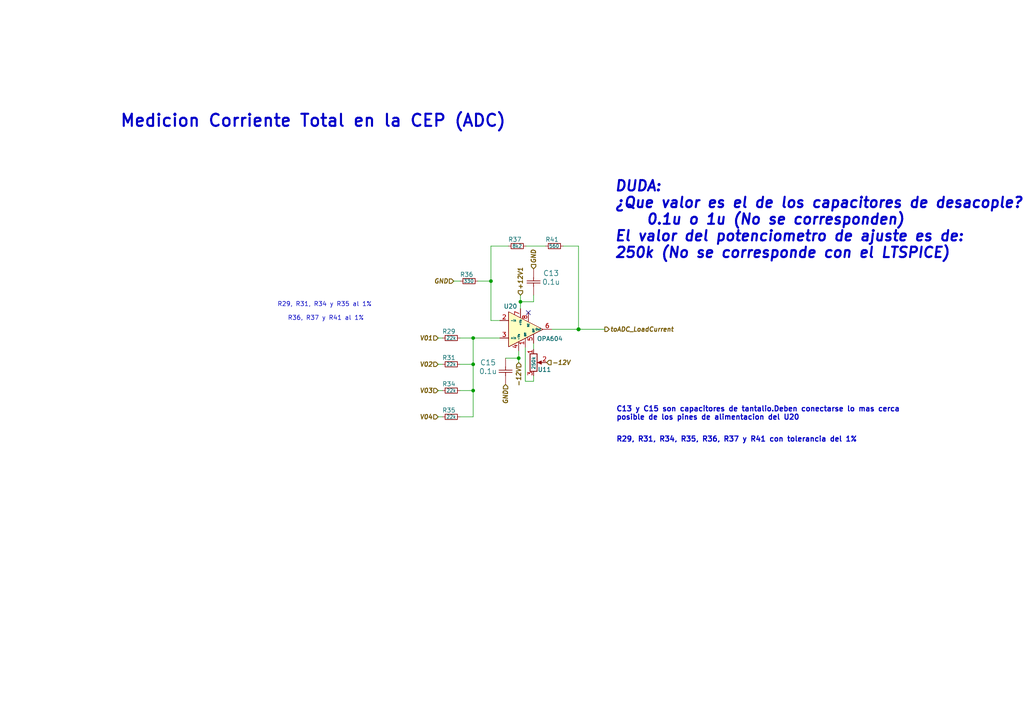
<source format=kicad_sch>
(kicad_sch (version 20211123) (generator eeschema)
  (paper "A4")
  (lib_symbols
    (symbol "CEDCp:OPA604"
      (property "Reference" "U" (at -3.81 6.096 0))
      (property "Value" "OPA604" (at 8.636 -4.064 0))
      (symbol "OPA604_0_1"
        (polyline (pts (xy -3.81 4.572) (xy -3.81 -5.588) (xy 6.223 -0.508)))
        (polyline (pts (xy -3.81 4.572) (xy 6.096 -0.508) (xy -3.81 -5.588) (xy -3.81 4.572) (xy 6.096 -0.508)) (fill (type background)))
      )
      (symbol "OPA604_1_1"
        (pin input line (at 1.016 -5.715 90) (length 2.54) (name "Off") (number "1"))
        (pin input line (at -6.35 2.032 0) (length 2.54) (name "-In") (number "2"))
        (pin input line (at -6.35 -3.048 0) (length 2.54) (name "+In") (number "3"))
        (pin input line (at -0.889 -6.731 90) (length 2.54) (name "-Vs") (number "4"))
        (pin input line (at 3.429 -4.572 90) (length 2.54) (name "Off") (number "5"))
        (pin output line (at 8.6868 -0.508 180) (length 2.54) (name "Out") (number "6"))
        (pin input line (at -0.381 5.461 270) (length 2.54) (name "+Vs") (number "7"))
        (pin input line (at 1.905 4.318 270) (length 2.54) (name "NC") (number "8"))
      )
    )
    (symbol "Capacitor_2:C315C222K1R5CA" (pin_numbers hide) (pin_names (offset 1.651) hide)
      (property "Reference" "C" (at 3.81 3.81 0))
      (property "Value" "Capacitor_2_C315C222K1R5CA" (at 3.81 -7.62 0))
      (symbol "C315C222K1R5CA_1_1"
        (polyline (pts (xy 2.54 0) (xy 3.4798 0)) (stroke (width 0.2032)))
        (polyline (pts (xy 3.4798 -1.905) (xy 3.4798 1.905)) (stroke (width 0.2032)))
        (polyline (pts (xy 4.1148 -1.905) (xy 4.1148 1.905)) (stroke (width 0.2032)))
        (polyline (pts (xy 4.1148 0) (xy 5.08 0)) (stroke (width 0.2032)))
        (pin unspecified line (at 0 0 0) (length 2.54) (name "1") (number "1"))
        (pin unspecified line (at 7.62 0 180) (length 2.54) (name "2") (number "2"))
      )
    )
    (symbol "Device:R_Potentiometer" (pin_names (offset 1.016) hide)
      (property "Reference" "RV" (at -4.445 0 90))
      (property "Value" "R_Potentiometer" (at -2.54 0 90))
      (symbol "R_Potentiometer_0_1"
        (polyline (pts (xy 2.54 0) (xy 1.524 0)))
        (polyline (pts (xy 1.143 0) (xy 2.286 0.508) (xy 2.286 -0.508) (xy 1.143 0)) (fill (type outline)))
        (rectangle (start 1.016 2.54) (end -1.016 -2.54) (stroke (width 0.254)))
      )
      (symbol "R_Potentiometer_1_1"
        (pin passive line (at 0 3.81 270) (length 1.27) (name "1") (number "1"))
        (pin passive line (at 3.81 0 180) (length 1.27) (name "2") (number "2"))
        (pin passive line (at 0 -3.81 90) (length 1.27) (name "3") (number "3"))
      )
    )
    (symbol "Device:R_Small" (pin_numbers hide) (pin_names (offset 0.254) hide)
      (property "Reference" "R" (at 0.762 0.508 0))
      (property "Value" "R_Small" (at 0.762 -1.016 0))
      (symbol "R_Small_0_1"
        (rectangle (start -0.762 1.778) (end 0.762 -1.778) (stroke (width 0.2032)))
      )
      (symbol "R_Small_1_1"
        (pin passive line (at 0 2.54 270) (length 0.762) (name "~") (number "1"))
        (pin passive line (at 0 -2.54 90) (length 0.762) (name "~") (number "2"))
      )
    )
  )
  (junction (at 167.8178 95.4786))
  (junction (at 137.2362 105.664))
  (junction (at 137.2362 98.044))
  (junction (at 167.7924 95.5548))
  (junction (at 137.2362 113.284))
  (junction (at 142.3924 81.534))
  (junction (at 167.8178 95.504))
  (junction (at 167.7924 95.504))
  (junction (at 150.4442 103.886))
  (junction (at 150.9522 87.5284))
  (no_connect (at 153.2382 90.678))
  (wire (pts (xy 131.5974 81.534) (xy 133.5024 81.534)))
  (wire (pts (xy 127.0762 120.904) (xy 128.3462 120.904)))
  (wire (pts (xy 150.9522 87.5284) (xy 154.7622 87.5284)))
  (wire (pts (xy 137.2362 105.664) (xy 137.2362 113.284)))
  (wire (pts (xy 133.4262 113.284) (xy 137.2362 113.284)))
  (wire (pts (xy 152.5524 71.374) (xy 158.2674 71.374)))
  (wire (pts (xy 138.5824 81.534) (xy 142.3924 81.534)))
  (wire (pts (xy 137.2362 113.284) (xy 137.2362 120.904)))
  (wire (pts (xy 152.3492 100.711) (xy 152.3492 110.5916)))
  (wire (pts (xy 133.4262 120.904) (xy 137.2362 120.904)))
  (wire (pts (xy 127.0762 113.284) (xy 128.3462 113.284)))
  (wire (pts (xy 154.7622 99.568) (xy 154.7622 101.346)))
  (wire (pts (xy 167.7924 95.504) (xy 167.8178 95.504)))
  (wire (pts (xy 133.4262 105.664) (xy 137.2362 105.664)))
  (wire (pts (xy 163.3474 71.374) (xy 167.7924 71.374)))
  (wire (pts (xy 167.8178 95.504) (xy 167.8178 95.4786)))
  (wire (pts (xy 127.0762 105.664) (xy 128.3462 105.664)))
  (wire (pts (xy 127.0762 98.044) (xy 128.3462 98.044)))
  (wire (pts (xy 137.2362 98.044) (xy 137.2362 105.664)))
  (wire (pts (xy 167.7924 95.504) (xy 167.7924 95.5548)))
  (wire (pts (xy 150.4442 103.886) (xy 150.4442 105.156)))
  (wire (pts (xy 167.7924 71.374) (xy 167.7924 95.504)))
  (wire (pts (xy 150.4442 101.727) (xy 150.4442 103.886)))
  (wire (pts (xy 154.7622 87.5284) (xy 154.7622 85.598)))
  (wire (pts (xy 154.7622 110.5916) (xy 152.3492 110.5916)))
  (wire (pts (xy 150.4442 103.886) (xy 146.6342 103.886)))
  (wire (pts (xy 167.8178 95.504) (xy 175.4124 95.504)))
  (wire (pts (xy 147.4724 71.374) (xy 142.3924 71.374)))
  (wire (pts (xy 142.3924 92.964) (xy 144.9832 92.964)))
  (wire (pts (xy 160.02 95.504) (xy 167.7924 95.504)))
  (wire (pts (xy 154.7622 108.966) (xy 154.7622 110.5916)))
  (wire (pts (xy 142.3924 81.534) (xy 142.3924 92.964)))
  (wire (pts (xy 144.9832 98.044) (xy 137.2362 98.044)))
  (wire (pts (xy 142.3924 71.374) (xy 142.3924 81.534)))
  (wire (pts (xy 150.9522 85.598) (xy 150.9522 87.5284)))
  (wire (pts (xy 150.9522 89.535) (xy 150.9522 87.5284)))
  (wire (pts (xy 133.4262 98.044) (xy 137.2362 98.044)))
  (text "R29, R31, R34, R35, R36, R37 y R41 con tolerancia del 1%" (at 178.689 128.397 0) (effects (font (size 1.4986 1.4986) (thickness 0.2997) bold) (justify left bottom)))
  (text "DUDA: \n¿Que valor es el de los capacitores de desacople?\n    0.1u o 1u (No se corresponden)\nEl valor del potenciometro de ajuste es de:\n250k (No se corresponde con el LTSPICE)\n\n" (at 178.1302 80.0354 0) (effects (font (size 3 3) (thickness 0.6) bold italic) (justify left bottom)))
  (text "R36, R37 y R41 al 1%" (at 83.439 93.091 0) (effects (font (size 1.27 1.27)) (justify left bottom)))
  (text "Medicion Corriente Total en la CEP (ADC)" (at 34.671 37.211 0) (effects (font (size 3.5 3.5) (thickness 0.5994) bold) (justify left bottom)))
  (text "C13 y C15 son capacitores de tantalio.Deben conectarse lo mas cerca\nposible de los pines de alimentacion del U20" (at 178.689 122.047 0) (effects (font (size 1.4986 1.4986) (thickness 0.2997) bold) (justify left bottom)))
  (text "R29, R31, R34 y R35 al 1%" (at 80.4418 89.1032 0) (effects (font (size 1.27 1.27)) (justify left bottom)))
  (hierarchical_label "+12V1" (shape input) (at 150.9522 85.598 90) (effects (font (size 1.2954 1.2954) (thickness 0.2591) bold italic)))
  (hierarchical_label "GND" (shape input) (at 131.5974 81.534 180) (effects (font (size 1.2954 1.2954) (thickness 0.2591) bold italic)))
  (hierarchical_label "V03" (shape input) (at 127.0762 113.284 180) (effects (font (size 1.2954 1.2954) (thickness 0.2591) bold italic)))
  (hierarchical_label "V04" (shape input) (at 127.0762 120.904 180) (effects (font (size 1.2954 1.2954) (thickness 0.2591) bold italic)))
  (hierarchical_label "-12V" (shape input) (at 150.4442 105.156 270) (effects (font (size 1.2954 1.2954) (thickness 0.2591) bold italic)))
  (hierarchical_label "toADC_LoadCurrent" (shape output) (at 175.4124 95.504 0) (effects (font (size 1.2954 1.2954) (thickness 0.2591) bold italic)))
  (hierarchical_label "-12V" (shape input) (at 158.5722 105.156 0) (effects (font (size 1.2954 1.2954) (thickness 0.2591) bold italic)))
  (hierarchical_label "V02" (shape input) (at 127.0762 105.664 180) (effects (font (size 1.2954 1.2954) (thickness 0.2591) bold italic)))
  (hierarchical_label "GND" (shape input) (at 154.7622 77.978 90) (effects (font (size 1.2954 1.2954) (thickness 0.2591) bold italic)))
  (hierarchical_label "V01" (shape input) (at 127.0762 98.044 180) (effects (font (size 1.2954 1.2954) (thickness 0.2591) bold italic)))
  (hierarchical_label "GND" (shape input) (at 146.6342 111.506 270) (effects (font (size 1.2954 1.2954) (thickness 0.2591) bold italic)))
  (symbol (lib_id "Capacitor_2:C315C222K1R5CA") (at 146.6342 103.886 270) (unit 1)
    (property "Reference" "C15" (at 141.5542 105.156 90) (effects (font (size 1.524 1.524))))
    (property "Value" "0.1u" (at 141.5542 107.696 90) (effects (font (size 1.524 1.524))))
    (property "Footprint" "Capacitor_THT:C_Disc_D7.5mm_W2.5mm_P5.00mm" (effects hide))
  )
  (symbol (lib_id "Device:R_Small") (at 130.8862 98.044 90) (unit 1)
    (property "Reference" "R29" (at 132.1562 96.139 90) (effects (justify left)))
    (property "Value" "22k" (at 132.3086 98.044 90) (effects (font (size 1 1)) (justify left)))
    (property "Footprint" "CEDCp_V2:Resistencia_0,25W" (effects hide))
  )
  (symbol (lib_id "Capacitor_2:C315C222K1R5CA") (at 154.7622 77.978 270) (unit 1)
    (property "Reference" "C13" (at 159.8422 79.248 90) (effects (font (size 1.524 1.524))))
    (property "Value" "0.1u" (at 159.8422 81.788 90) (effects (font (size 1.524 1.524))))
    (property "Footprint" "Capacitor_THT:C_Disc_D7.5mm_W2.5mm_P5.00mm" (effects hide))
  )
  (symbol (lib_id "Device:R_Small") (at 150.0124 71.374 90) (unit 1)
    (property "Reference" "R37" (at 151.2824 69.469 90) (effects (justify left)))
    (property "Value" "8k2" (at 151.4348 71.374 90) (effects (font (size 1 1)) (justify left)))
    (property "Footprint" "CEDCp_V2:Resistencia_0,25W" (effects hide))
  )
  (symbol (lib_id "Device:R_Small") (at 160.8074 71.374 90) (unit 1)
    (property "Reference" "R41" (at 162.0774 69.469 90) (effects (justify left)))
    (property "Value" "560" (at 162.2298 71.374 90) (effects (font (size 1 1)) (justify left)))
    (property "Footprint" "CEDCp_V2:Resistencia_0,25W" (effects hide))
  )
  (symbol (lib_id "Device:R_Small") (at 136.0424 81.534 90) (unit 1)
    (property "Reference" "R36" (at 137.3124 79.629 90) (effects (justify left)))
    (property "Value" "330" (at 137.4648 81.534 90) (effects (font (size 1 1)) (justify left)))
    (property "Footprint" "CEDCp_V2:Resistencia_0,25W" (effects hide))
  )
  (symbol (lib_id "CEDCp:OPA604") (at 151.3332 94.996 0) (unit 1)
    (property "Reference" "U20" (at 148.0566 88.8492 0))
    (property "Value" "OPA604" (at 159.4866 98.2472 0))
    (property "Footprint" "CEDCp:OPA604" (effects hide))
    (property "Datasheet" "https://www.ti.com/lit/ds/symlink/opa604.pdf?HQS=dis-dk-null-digikeymode-dsf-pf-null-wwe&ts=1643235729967&ref_url=https%253A%252F%252Fwww.ti.com%252Fgeneral%252Fdocs%252Fsuppproductinfo.tsp%253FdistId%253D10%2526gotoUrl%253Dhttps%253A%252F%252Fwww.ti.com%252Flit%252Fgpn%252Fopa604" (effects hide))
  )
  (symbol (lib_id "Device:R_Small") (at 130.8862 105.664 90) (unit 1)
    (property "Reference" "R31" (at 132.1562 103.759 90) (effects (justify left)))
    (property "Value" "22k" (at 132.3086 105.664 90) (effects (font (size 1 1)) (justify left)))
    (property "Footprint" "CEDCp_V2:Resistencia_0,25W" (effects hide))
  )
  (symbol (lib_id "Device:R_Small") (at 130.8862 113.284 90) (unit 1)
    (property "Reference" "R34" (at 132.1562 111.379 90) (effects (justify left)))
    (property "Value" "22k" (at 132.3086 113.284 90) (effects (font (size 1 1)) (justify left)))
    (property "Footprint" "CEDCp_V2:Resistencia_0,25W" (effects hide))
  )
  (symbol (lib_id "Device:R_Small") (at 130.8862 120.904 90) (unit 1)
    (property "Reference" "R35" (at 132.1562 118.999 90) (effects (justify left)))
    (property "Value" "22k" (at 132.3086 120.904 90) (effects (font (size 1 1)) (justify left)))
    (property "Footprint" "CEDCp_V2:Resistencia_0,25W" (effects hide))
  )
  (symbol (lib_id "Device:R_Potentiometer") (at 154.7622 105.156 0) (unit 1)
    (property "Reference" "U11" (at 159.893 107.188 0) (effects (justify right)))
    (property "Value" "250k" (at 154.7622 103.378 90) (effects (font (size 1 1)) (justify right)))
    (property "Footprint" "CEDCp:Preset_Multivueltas_Vertical" (effects hide))
  )
)
</source>
